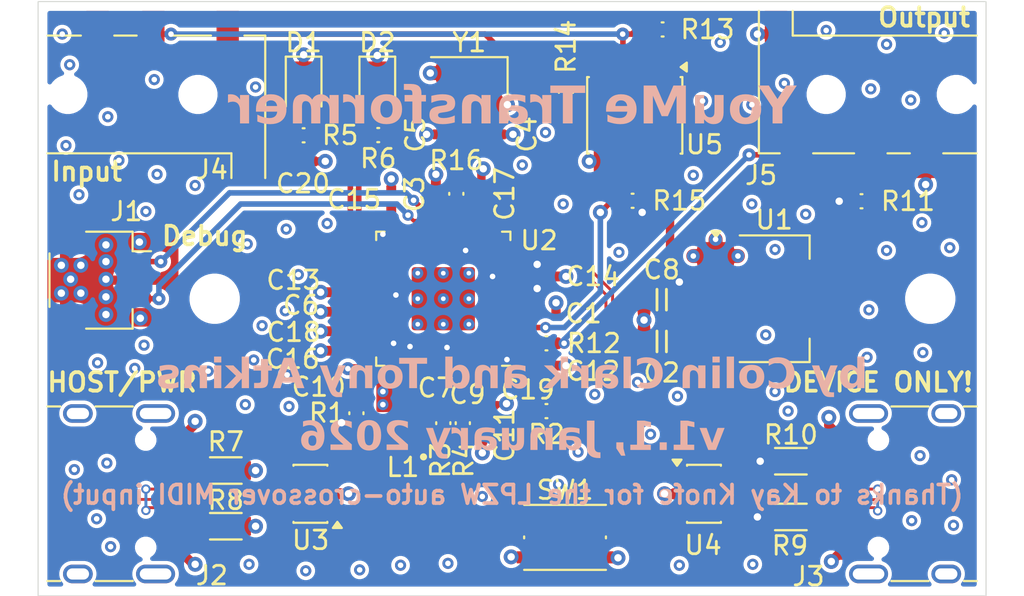
<source format=kicad_pcb>
(kicad_pcb (version 20241229) (generator "pcbnew") (generator_version "9.0")
  (layers (0 "F.Cu" signal) (4 "In1.Cu" power) (6 "In2.Cu" power) (2 "B.Cu" signal) (13 "F.Paste" user) (15 "B.Paste" user) (5 "F.SilkS" user "F.Silkscreen") (7 "B.SilkS" user "B.Silkscreen") (1 "F.Mask" user) (3 "B.Mask" user) (25 "Edge.Cuts" user))
  (net 0 "")
  (net 1 "+1V1")
  (net 2 "GND")
  (net 3 "VBUS")
  (net 4 "/CRYSTAL_IN")
  (net 5 "/CRYSTAL_OUT")
  (net 6 "+3V3")
  (net 7 "/VREG_AVDD")
  (net 8 "Net-(D1-A)")
  (net 9 "Net-(D2-A)")
  (net 10 "Net-(J1-Pin_1)")
  (net 11 "Net-(J1-Pin_3)")
  (net 12 "/Connectors/USB1_CONN.D-")
  (net 13 "/Connectors/USB1_CONN.D+")
  (net 14 "/Connectors/USB1.CC2")
  (net 15 "/Connectors/USB1.CC1")
  (net 16 "/Connectors/USB2_CONN.D+")
  (net 17 "/Connectors/USB2.CC1")
  (net 18 "/Connectors/USB2.CC2")
  (net 19 "/Connectors/USB2_CONN.D-")
  (net 20 "Net-(C20-Pad1)")
  (net 21 "Net-(U5-C1)")
  (net 22 "Net-(J5-PadT)")
  (net 23 "/VREG_LX")
  (net 24 "Net-(R2-Pad1)")
  (net 25 "Net-(U2-QSPI_SS)")
  (net 26 "/USB1.D+")
  (net 27 "USB1_ESD.D+")
  (net 28 "/GPIO25_LED_YELLOW")
  (net 29 "/GPIO24_LED_GREEN")
  (net 30 "Net-(J5-PadR)")
  (net 31 "MIDI_OUT_UART_TX")
  (net 32 "Net-(U5-A1)")
  (net 33 "Net-(U5-C2)")
  (net 34 "Net-(U5-A2)")
  (net 35 "MIDI_IN_UART_RX")
  (net 38 "/USB1.D-")
  (net 47 "USB1_ESD.D-")
  (net 68 "Net-(U2-XOUT)")
  (net 73 "USB2_ESD.D-")
  (net 74 "USB2_ESD.D+")
  (footprint "Lichen:USB_C_Receptacle_HRO_TYPE-C-31-M-12_Overhanging" (layer "F.Cu") (at 103.19 126.5 -90)
    (property "Reference" "J2")
    (property "Value" "USB_C_Receptacle_USB2.0_16P" (hide yes))
  )
  (footprint "Lichen:R_0402_1005Metric" (layer "F.Cu") (at 117.125 122.165 90)
    (property "Reference" "R1")
    (property "Value" "33R_0402" (hide yes))
  )
  (footprint "Crystal:Crystal_SMD_3225-4Pin_3.2x2.5mm" (layer "F.Cu") (at 123.2 104.7 180)
    (property "Reference" "Y1")
    (property "Value" "12MHz" (hide yes))
  )
  (footprint "MountingHole:MountingHole_2.2mm_M2" (layer "F.Cu") (at 148 116)
    (property "Reference" "H1" (hide yes))
    (property "Value" "MountingHole" (hide yes))
  )
  (footprint "Lichen:R_0603" (layer "F.Cu") (at 110.1 128.25)
    (property "Reference" "R8")
    (property "Value" "5.1K" (hide yes))
  )
  (footprint "Package_SO:SOIC-8_3.9x4.9mm_P1.27mm" (layer "F.Cu") (at 132.1 106.125 -90)
    (property "Reference" "U5")
    (property "Value" "HCPL-0631" (hide yes))
  )
  (footprint "Lichen:R_0402_1005Metric" (layer "F.Cu") (at 131.985 110.725)
    (property "Reference" "R15")
    (property "Value" "470R" (hide yes))
  )
  (footprint "RP2350_60QFN_minimal:C_0402_1005Metric_small_pads" (layer "F.Cu") (at 127.35 114.8)
    (property "Reference" "C14")
    (property "Value" "100nF" (hide yes))
  )
  (footprint "Lichen:C_0805" (layer "F.Cu") (at 133.55 116.05 180)
    (property "Reference" "C8")
    (property "Value" "4.7uF" (hide yes))
  )
  (footprint "RP2350_60QFN_minimal:C_0402_1005Metric_small_pads" (layer "F.Cu") (at 127.35 116.8)
    (property "Reference" "C1")
    (property "Value" "100nF" (hide yes))
  )
  (footprint "RP2350_60QFN_minimal:C_0402_1005Metric_small_pads" (layer "F.Cu") (at 119 110.65 90)
    (property "Reference" "C15")
    (property "Value" "100nF" (hide yes))
  )
  (footprint "Lichen:USB_C_Receptacle_HRO_TYPE-C-31-M-12_Overhanging" (layer "F.Cu") (at 147.81 126.5 90)
    (property "Reference" "J3")
    (property "Value" "USB_C_Receptacle_USB2.0_14P" (hide yes))
  )
  (footprint "RP2350_60QFN_minimal:C_0402_1005Metric_small_pads" (layer "F.Cu") (at 121.4 110.35 90)
    (property "Reference" "C3")
    (property "Value" "4.7uF" (hide yes))
  )
  (footprint "RP2350_60QFN_minimal:C_0402_1005Metric_small_pads" (layer "F.Cu") (at 124.4 107.15 180)
    (property "Reference" "C4")
    (property "Value" "15pF" (hide yes))
  )
  (footprint "RP2350_60QFN_minimal:C_0402_1005Metric_small_pads" (layer "F.Cu") (at 116.15 116.7 180)
    (property "Reference" "C6")
    (property "Value" "100nF" (hide yes))
  )
  (footprint "RP2350_60QFN_minimal:RP2350-QFN-60-1EP_7x7_P0.4mm_EP3.4x3.4mm_ThermalVias" (layer "F.Cu") (at 121.8 116 180)
    (property "Reference" "U2")
    (property "Value" "RP2354_60QFN" (hide yes))
  )
  (footprint "Lichen:R_0402_1005Metric" (layer "F.Cu") (at 121.8 122.7 -90)
    (property "Reference" "R3")
    (property "Value" "27R" (hide yes))
  )
  (footprint "Lichen:R_0402_1005Metric" (layer "F.Cu") (at 122.5 110.35 90)
    (property "Reference" "R16")
    (property "Value" "1K" (hide yes))
  )
  (footprint "RP2350_60QFN_minimal:C_0402_1005Metric_small_pads" (layer "F.Cu") (at 117.125 120.28 90)
    (property "Reference" "C10")
    (property "Value" "4.7uF" (hide yes))
  )
  (footprint "RP2350_60QFN_minimal:C_0402_1005Metric_small_pads" (layer "F.Cu") (at 127.35 119.6)
    (property "Reference" "C12")
    (property "Value" "100nF" (hide yes))
  )
  (footprint "LED_SMD:LED_0805_2012Metric" (layer "F.Cu") (at 114.286399 104.65 -90)
    (property "Reference" "D1")
    (property "Value" "Yellow" (hide yes))
  )
  (footprint "Lichen:R_0603" (layer "F.Cu") (at 140.5 124.75 180)
    (property "Reference" "R10")
    (property "Value" "4.7K" (hide yes))
  )
  (footprint "Package_TO_SOT_SMD:SOT-223-3_TabPin2" (layer "F.Cu") (at 139.6 116)
    (property "Reference" "U1")
    (property "Value" "LDL1117-3.3" (hide yes))
  )
  (footprint "Lichen:R_0402_1005Metric" (layer "F.Cu") (at 122.85 122.7 -90)
    (property "Reference" "R4")
    (property "Value" "27R" (hide yes))
  )
  (footprint "RP2350_60QFN_minimal:C_0402_1005Metric_small_pads" (layer "F.Cu") (at 114.25 108.6)
    (property "Reference" "C20")
    (property "Value" "100nF_0402_16V" (hide yes))
  )
  (footprint "RP2350_60QFN_minimal:C_0402_1005Metric_small_pads" (layer "F.Cu") (at 119.55 121.675 180)
    (property "Reference" "C9")
    (property "Value" "4.7uF" (hide yes))
  )
  (footprint "Lichen:L_pol_2016" (layer "F.Cu") (at 119.625 123.225 180)
    (property "Reference" "L1")
    (property "Value" "3.3uH" (hide yes))
  )
  (footprint "RP2350_60QFN_minimal:C_0402_1005Metric_small_pads" (layer "F.Cu") (at 116.15 115.65 180)
    (property "Reference" "C13")
    (property "Value" "100nF" (hide yes))
  )
  (footprint "Package_TO_SOT_SMD:SOT-23-6" (layer "F.Cu") (at 114.65 126.50375 180)
    (property "Reference" "U3")
    (property "Value" "USBLC6-2SC6" (hide yes))
  )
  (footprint "RP2350_60QFN_minimal:C_0402_1005Metric_small_pads" (layer "F.Cu") (at 123.9 123.1 -90)
    (property "Reference" "C11")
    (property "Value" "100nF" (hide yes))
  )
  (footprint "RP2350_60QFN_minimal:C_0402_1005Metric_small_pads" (layer "F.Cu") (at 123.85 110.35 90)
    (property "Reference" "C17")
    (property "Value" "100nF" (hide yes))
  )
  (footprint "Lichen:R_0402_1005Metric" (layer "F.Cu") (at 133.6 101.5)
    (property "Reference" "R13")
    (property "Value" "220R" (hide yes))
  )
  (footprint "Lichen:R_0402_1005Metric" (layer "F.Cu") (at 127.35 122.05 180)
    (property "Reference" "R2")
    (property "Value" "1k" (hide yes))
  )
  (footprint "Lichen:R_0402_1005Metric" (layer "F.Cu") (at 144.3 110.75 180)
    (property "Reference" "R11")
    (property "Value" "33R" (hide yes))
  )
  (footprint "Lichen:R_0402_1005Metric" (layer "F.Cu") (at 127.35 118.4)
    (property "Reference" "R12")
    (property "Value" "10R" (hide yes))
  )
  (footprint "RP2350_60QFN_minimal:C_0402_1005Metric_small_pads" (layer "F.Cu") (at 122 107.15)
    (property "Reference" "C5")
    (property "Value" "15pF" (hide yes))
  )
  (footprint "Lichen:R_0402_1005Metric" (layer "F.Cu") (at 128.4 104.86 90)
    (property "Reference" "R14")
    (property "Value" "220R" (hide yes))
  )
  (footprint "Lichen:Jack_3.5mm_KoreanHropartsElec_PJ-320D-4A_Horizontal_Overhanging" (layer "F.Cu") (at 144.65 105 180)
    (property "Reference" "J5")
    (property "Value" "TRS" (hide yes))
  )
  (footprint "Lichen:R_0402_1005Metric" (layer "F.Cu") (at 118.3 107.1875 180)
    (property "Reference" "R6")
    (property "Value" "1K" (hide yes))
  )
  (footprint "Lichen:C_0805" (layer "F.Cu") (at 133.55 118.3 180)
    (property "Reference" "C2")
    (property "Value" "1uF" (hide yes))
  )
  (footprint "RP2350_60QFN_minimal:C_0402_1005Metric_small_pads" (layer "F.Cu") (at 116.15 118.8 180)
    (property "Reference" "C16")
    (property "Value" "100nF" (hide yes))
  )
  (footprint "RP2350_60QFN_minimal:C_0402_1005Metric_small_pads" (layer "F.Cu") (at 116.15 117.75 180)
    (property "Reference" "C18")
    (property "Value" "100nF" (hide yes))
  )
  (footprint "RP2350_60QFN_minimal:C_0402_1005Metric_small_pads" (layer "F.Cu") (at 119.55 120.7 180)
    (property "Reference" "C7")
    (property "Value" "4.7uF" (hide yes))
  )
  (footprint "Lichen:R_0603" (layer "F.Cu") (at 110.1 125.25)
    (property "Reference" "R7")
    (property "Value" "5.1K" (hide yes))
  )
  (footprint "MountingHole:MountingHole_2.2mm_M2" (layer "F.Cu") (at 109.5 116)
    (property "Reference" "H2" (hide yes))
    (property "Value" "MountingHole" (hide yes))
  )
  (footprint "Lichen:SW_Push_1P1T_NO_Vertical_Wuerth_434133025816" (layer "F.Cu") (at 128.35 128.85 180)
    (property "Reference" "SW1")
    (property "Value" "Button_Switch_SMD_Push_1P1T_Wurth" (hide yes))
  )
  (footprint "Lichen:Jack_3.5mm_KoreanHropartsElec_PJ-320D-4A_Horizontal_Overhanging" (layer "F.Cu") (at 106.35 105)
    (property "Reference" "J4")
    (property "Value" "TRS" (hide yes))
  )
  (footprint "Package_TO_SOT_SMD:SOT-23-6" (layer "F.Cu") (at 135.825 126.50375)
    (property "Reference" "U4")
    (property "Value" "USBLC6-2SC6" (hide yes))
  )
  (footprint "Lichen:R_0402_1005Metric" (layer "F.Cu") (at 114.285 107.2)
    (property "Reference" "R5")
    (property "Value" "1K" (hide yes))
  )
  (footprint "RP2350_60QFN_minimal:C_0402_1005Metric_small_pads" (layer "F.Cu") (at 124.451 121.225 -90)
    (property "Reference" "C19")
    (property "Value" "100nF" (hide yes))
  )
  (footprint "LED_SMD:LED_0805_2012Metric" (layer "F.Cu") (at 118.25 104.65 -90)
    (property "Reference" "D2")
    (property "Value" "Green" (hide yes))
  )
  (footprint "Lichen:R_0603" (layer "F.Cu") (at 140.5 127.75 180)
    (property "Reference" "R9")
    (property "Value" "4.7K" (hide yes))
  )
  (footprint "Lichen:JST_SH_SM03B-SRSS-TB_1x03-1MP_P1.00mm_Horizontal" (layer "F.Cu") (at 103.3 115 -90)
    (property "Reference" "J1")
    (property "Value" "Conn_01x03_MountingPin" (hide yes))
  )
  (gr_rect (start 100 100) (end 151 132) (stroke (width 0.05)) (fill no) (layer "Edge.Cuts"))
  (gr_text "Debug" (at 106.55 113.2 0) (layer "F.SilkS") (effects (font (size 1 1) (thickness 0.2) (bold yes)) (justify left bottom)))
  (gr_text "Output" (at 150.25 100.85 0) (layer "F.SilkS") (effects (font (size 1 1) (thickness 0.2)) (justify right)))
  (gr_text "DEVICE ONLY!" (at 150.4 120.5 0) (layer "F.SilkS") (effects (font (size 1 1) (thickness 0.2)) (justify right)))
  (gr_text "Input" (at 100.6 109.15 0) (layer "F.SilkS") (effects (font (size 1 1) (thickness 0.2) (bold yes)) (justify left)))
  (gr_text "HOST/PWR" (at 108.65 120.5 0) (layer "F.SilkS") (effects (font (size 1 1) (thickness 0.2)) (justify right)))
  (gr_text "v1.1, January 2026" (at 125.5 123.5 0) (layer "B.SilkS") (effects (font (size 1.55 1.55) (thickness 0.25) (bold yes)) (justify mirror)))
  (gr_text "YouMe Transformer" (at 125.5 106.9 0) (layer "B.SilkS") (effects (font (size 2 2) (thickness 0.3) (bold yes)) (justify bottom mirror)))
  (gr_text "(Thanks to Kay Knofe for the LPZW auto-crossover MIDI input)" (at 125.5 126.55 0) (layer "B.SilkS") (effects (font (size 1 1) (thickness 0.2) (bold yes)) (justify mirror)))
  (gr_text "by Colin Clark and Tony Atkins" (at 125.5 120.15 0) (layer "B.SilkS") (effects (font (size 1.6 1.6) (thickness 0.32) (bold yes)) (justify mirror)))
  (segment (start 126.835 116.8) (end 125.85 116.8) (width 0.3) (layer "F.Cu") (net 1))
  (segment (start 120.065 121.675) (end 120.065 121.7) (width 0.4) (layer "F.Cu") (net 1))
  (segment (start 118.3625 116.4) (end 117.7 116.4) (width 0.2) (layer "F.Cu") (net 1))
  (segment (start 120.325 122.45) (end 120.325 123.225) (width 0.4) (layer "F.Cu") (net 1))
  (segment (start 120.6 121.2) (end 120.1 121.7) (width 0.3) (layer "F.Cu") (net 1))
  (segment (start 120.6 119.4375) (end 120.6 121.05) (width 0.2) (layer "F.Cu") (net 1))
  (segment (start 120.325 122.45) (end 120.05 122.175) (width 0.4) (layer "F.Cu") (net 1))
  (segment (start 116.865 116.7) (end 116.665 116.7) (width 0.2) (layer "F.Cu") (net 1))
  (segment (start 120.05 121.715) (end 120.065 121.7) (width 0.4) (layer "F.Cu") (net 1))
  (segment (start 121.725 111.625) (end 121.8 111.7) (width 0.2) (layer "F.Cu") (net 1))
  (segment (start 120.065 121.7) (end 120.15 121.785) (width 0.3) (layer "F.Cu") (net 1))
  (segment (start 125.2375 116.8) (end 123.95 116.8) (width 0.2) (layer "F.Cu") (net 1))
  (segment (start 117.165 116.4) (end 116.865 116.7) (width 0.3) (layer "F.Cu") (net 1))
  (segment (start 121.8 111.7) (end 121.8 112.5625) (width 0.2) (layer "F.Cu") (net 1))
  (segment (start 120.09 121.7) (end 120.065 121.675) (width 0.2) (layer "F.Cu") (net 1))
  (segment (start 120.05 122.175) (end 120.05 121.715) (width 0.4) (layer "F.Cu") (net 1))
  (segment (start 118.3625 116.4) (end 119.6 116.4) (width 0.2) (layer "F.Cu") (net 1))
  (segment (start 120.1 121.7) (end 120.065 121.7) (width 0.3) (layer "F.Cu") (net 1))
  (segment (start 120.6 121.05) (end 120.6 121.2) (width 0.3) (layer "F.Cu") (net 1))
  (segment (start 125.85 116.8) (end 125.2375 116.8) (width 0.2) (layer "F.Cu") (net 1))
  (segment (start 121.4 111.3) (end 121.4 110.865) (width 0.3) (layer "F.Cu") (net 1))
  (segment (start 121.725 111.625) (end 121.4 111.3) (width 0.3) (layer "F.Cu") (net 1))
  (segment (start 117.7 116.4) (end 117.165 116.4) (width 0.3) (layer "F.Cu") (net 1))
  (segment (start 121.8 112.5625) (end 121.8 113.775) (width 0.2) (layer "F.Cu") (net 1))
  (segment (start 120.6 119.4375) (end 120.6 118.225) (width 0.2) (layer "F.Cu") (net 1))
  (segment (start 120.1 121.7) (end 120.09 121.7) (width 0.25) (layer "F.Cu") (net 1))
  (segment (start 133.7 126.5) (end 133.70375 126.50375) (width 0.5) (layer "F.Cu") (net 2))
  (segment (start 136.45 112.8) (end 136.45 113.7) (width 0.75) (layer "F.Cu") (net 2))
  (segment (start 142.96 123.25) (end 143.765 123.25) (width 0.5) (layer "F.Cu") (net 2))
  (segment (start 115.635 118.8) (end 115.2 118.8) (width 0.45) (layer "F.Cu") (net 2))
  (segment (start 126.25 129.9) (end 126.275 129.925) (width 0.45) (layer "F.Cu") (net 2))
  (segment (start 108.45 130.3) (end 108.35 130.3) (width 0.5) (layer "F.Cu") (net 2))
  (segment (start 116.7 126.5) (end 115.79125 126.5) (width 0.45) (layer "F.Cu") (net 2))
  (segment (start 147.75 109.85) (end 147.8 109.8) (width 0.5) (layer "F.Cu") (net 2))
  (segment (start 142.54 122.39) (end 142.54 122.83) (width 0.5) (layer "F.Cu") (net 2))
  (segment (start 127.865 116.215) (end 127.865 116.8) (width 0.5) (layer "F.Cu") (net 2))
  (segment (start 138.7 101.75) (end 139.7 101.75) (width 0.5) (layer "F.Cu") (net 2))
  (segment (start 125.45 129.9) (end 126.25 129.9) (width 0.45) (layer "F.Cu") (net 2))
  (segment (start 132.6 118.3) (end 132.6 117.15) (width 0.6) (layer "F.Cu") (net 2))
  (segment (start 123.9 123.615) (end 123.9 124.3) (width 0.45) (layer "F.Cu") (net 2))
  (segment (start 116.665 119.765) (end 117.125 119.765) (width 0.45) (layer "F.Cu") (net 2))
  (segment (start 131.2 129.95) (end 131.175 129.925) (width 0.3) (layer "F.Cu") (net 2))
  (segment (start 121.485 107.15) (end 120.9 107.15) (width 0.45) (layer "F.Cu") (net 2))
  (segment (start 125.2 121.65) (end 124.485 121.65) (width 0.2) (layer "F.Cu") (net 2))
  (segment (start 124.485 121.65) (end 124.45 121.685) (width 0.2) (layer "F.Cu") (net 2))
  (segment (start 130.425 129.925) (end 126.275 129.925) (width 0.3) (layer "F.Cu") (net 2))
  (segment (start 123.85 109.1) (end 123.95 109) (width 0.45) (layer "F.Cu") (net 2))
  (segment (start 128.4 114.8) (end 127.865 114.8) (width 0.5) (layer "F.Cu") (net 2))
  (segment (start 115.635 116.7) (end 115.2 116.7) (width 0.45) (layer "F.Cu") (net 2))
  (segment (start 136.45 113.7) (end 135.25 113.7) (width 0.75) (layer "F.Cu") (net 2))
  (segment (start 114.286399 102.863601) (end 114.286399 103.7125) (width 0.5) (layer "F.Cu") (net 2))
  (segment (start 108.35 130.3) (end 107.8 129.75) (width 0.5) (layer "F.Cu") (net 2))
  (segment (start 114.765 108.6) (end 115.45 108.6) (width 0.45) (layer "F.Cu") (net 2))
  (segment (start 131.175 129.925) (end 130.425 129.925) (width 0.3) (layer "F.Cu") (net 2))
  (segment (start 123.85 109.835) (end 123.85 109.1) (width 0.45) (layer "F.Cu") (net 2))
  (segment (start 107.95 123.25) (end 107.045 123.25) (width 0.5) (layer "F.Cu") (net 2))
  (segment (start 128.4 119.6) (end 127.865 119.6) (width 0.5) (layer "F.Cu") (net 2))
  (segment (start 119.175 120.225) (end 119.035 120.365) (width 0.3) (layer "F.Cu") (net 2))
  (segment (start 143.075 129.75) (end 142.675 130.15) (width 0.5) (layer "F.Cu") (net 2))
  (segment (start 108.45 122.75) (end 107.95 123.25) (width 0.5) (layer "F.Cu") (net 2))
  (segment (start 108.45 122.6) (end 108.45 122.75) (width 0.5) (layer "F.Cu") (net 2))
  (segment (start 115.635 117.75) (end 115.2 117.75) (width 0.45) (layer "F.Cu") (net 2))
  (segment (start 110.95 128.25) (end 111.7 128.25) (width 0.45) (layer "F.Cu") (net 2))
  (segment (start 119.175 120.225) (end 119.4 120) (width 0.2) (layer "F.Cu") (net 2))
  (segment (start 132.6 116.05) (end 132.6 117.15) (width 0.6) (layer "F.Cu") (net 2))
  (segment (start 133.70375 126.50375) (end 134.6875 126.50375) (width 0.5) (layer "F.Cu") (net 2))
  (segment (start 119.035 120.365) (end 119.035 120.7) (width 0.3) (layer "F.Cu") (net 2))
  (segment (start 111.7 125.25) (end 110.95 125.25) (width 0.5) (layer "F.Cu") (net 2))
  (segment (start 125.55 107.15) (end 124.915 107.15) (width 0.45) (layer "F.Cu") (net 2))
  (segment (start 115.635 115.65) (end 115.2 115.65) (width 0.45) (layer "F.Cu") (net 2))
  (segment (start 143.765 129.75) (end 143.075 129.75) (width 0.5) (layer "F.Cu") (net 2))
  (segment (start 107.8 129.75) (end 107.235 129.75) (width 0.5) (layer "F.Cu") (net 2))
  (segment (start 142.54 122.83) (end 142.96 123.25) (width 0.5) (layer "F.Cu") (net 2))
  (segment (start 119.4 120) (end 119.4 119.4375) (width 0.2) (layer "F.Cu") (net 2))
  (segment (start 137.65 113.7) (end 136.45 113.7) (width 0.75) (layer "F.Cu") (net 2))
  (segment (start 124.45 121.685) (end 124.45 121.74) (width 0.2) (layer "F.Cu") (net 2))
  (segment (start 130.195 108.6) (end 129.65 108.6) (width 0.5) (layer "F.Cu") (net 2))
  (segment (start 121.4 109.835) (end 121.4 109.3) (width 0.45) (layer "F.Cu") (net 2))
  (segment (start 124.3 105.55) (end 125.25 105.55) (width 0.75) (layer "F.Cu") (net 2))
  (segment (start 122.1 103.85) (end 121.1 103.85) (width 0.75) (layer "F.Cu") (net 2))
  (segment (start 119 110.135) (end 119 109.55) (width 0.45) (layer "F.Cu") (net 2))
  (segment (start 147.8 109.8) (end 147.8 108.3) (width 0.5) (layer "F.Cu") (net 2))
  (segment (start 115.79125 126.5) (end 115.7875 126.50375) (width 0.45) (layer "F.Cu") (net 2))
  (segment (start 118.25 102.9) (end 118.25 103.7125) (width 0.5) (layer "F.Cu") (net 2))
  (via (at 147.6 118.9) (size 0.6) (drill 0.3) (layers "F.Cu" "B.Cu") (net 2))
  (via (at 103.75 106.2) (size 0.6) (drill 0.3) (layers "F.Cu" "B.Cu") (net 2))
  (via (at 134.4 121.25) (size 0.6) (drill 0.3) (layers "F.Cu" "B.Cu") (net 2))
  (via (at 101.7 103.4) (size 0.6) (drill 0.3) (layers "F.Cu" "B.Cu") (net 2))
  (via (at 115.2 118.8) (size 0.8) (drill 0.4) (layers "F.Cu" "B.Cu") (net 2))
  (via (at 127.3 107.05) (size 0.6) (drill 0.3) (layers "F.Cu" "B.Cu") (net 2))
  (via (at 102.2 110.4) (size 0.6) (drill 0.3) (layers "F.Cu" "B.Cu") (net 2))
  (via (at 114.4 130.65) (size 0.6) (drill 0.3) (layers "F.Cu" "B.Cu") (net 2))
  (via (at 118.55 121.7) (size 0.6) (drill 0.3) (layers "F.Cu" "B.Cu") (net 2))
  (via (at 128 126) (size 0.6) (drill 0.3) (layers "F.Cu" "B.Cu") (net 2))
  (via (at 105.5 117.05) (size 0.8) (drill 0.4) (layers "F.Cu" "B.Cu") (net 2))
  (via (at 131.2 129.95) (size 0.8) (drill 0.4) (layers "F.Cu" "B.Cu") (net 2))
  (via (at 142.4 101.55) (size 0.6) (drill 0.3) (layers "F.Cu" "B.Cu") (net 2))
  (via (at 103.2 119.45) (size 0.6) (drill 0.3) (layers "F.Cu" "B.Cu") (net 2))
  (via (at 103.65 113.1) (size 0.8) (drill 0.4) (layers "F.Cu" "B.Cu") (net 2))
  (via (at 111.35 130.3) (size 0.6) (drill 0.3) (layers "F.Cu" "B.Cu") (net 2))
  (via (at 137.65 113.7) (size 0.7) (drill 0.3) (layers "F.Cu" "B.Cu") (net 2))
  (via (at 115.2 116.7) (size 0.8) (drill 0.4) (layers "F.Cu" "B.Cu") (net 2))
  (via (at 116.7 126.5) (size 0.8) (drill 0.4) (layers "F.Cu" "B.Cu") (net 2))
  (via (at 109.15 119.9) (size 0.6) (drill 0.3) (layers "F.Cu" "B.Cu") (net 2))
  (via (at 103.9 129.35) (size 0.6) (drill 0.3) (layers "F.Cu" "B.Cu") (net 2))
  (via (at 101.3 101.75) (size 0.6) (drill 0.3) (layers "F.Cu" "B.Cu") (net 2))
  (via (at 104.35 108.55) (size 0.6) (drill 0.3) (layers "F.Cu" "B.Cu") (net 2))
  (via (at 135.75 105.35) (size 0.6) (drill 0.3) (layers "F.Cu" "B.Cu") (net 2))
  (via (at 135.25 113.7) (size 0.7) (drill 0.3) (layers "F.Cu" "B.Cu") (net 2))
  (via (at 106.4 109.3) (size 0.6) (drill 0.3) (layers "F.Cu" "B.Cu") (net 2))
  (via (at 147.75 109.85) (size 0.8) (drill 0.4) (layers "F.Cu" "B.Cu") (net 2))
  (via (at 112.05 117.45) (size 0.6) (drill 0.3) (layers "F.Cu" "B.Cu") (net 2))
  (via (at 136.7 102.2) (size 0.6) (drill 0.3) (layers "F.Cu" "B.Cu") (net 2))
  (via (at 118.55 121) (size 0.6) (drill 0.3) (layers "F.Cu" "B.Cu") (net 2))
  (via (at 142.675 130.15) (size 0.8) (drill 0.4) (layers "F.Cu" "B.Cu") (net 2))
  (via (at 129.05 124.25) (size 0.6) (drill 0.3) (layers "F.Cu" "B.Cu") (net 2))
  (via (at 139.65 113.35) (size 0.6) (drill 0.3) (layers "F.Cu" "B.Cu") (net 2))
  (via (at 125.45 129.9) (size 0.8) (drill 0.4) (layers "F.Cu" "B.Cu") (net 2))
  (via (at 101.25 114.2) (size 0.8) (drill 0.4) (layers "F.Cu" "B.Cu") (net 2))
  (via (at 147.45 124.45) (size 0.6) (drill 0.3) (layers "F.Cu" "B.Cu") (net 2))
  (via (at 127.865 116.215) (size 0.8) (drill 0.4) (layers "F.Cu" "B.Cu") (net 2))
  (via (at 132.95 123.3) (size 0.6) (drill 0.3) (layers "F.Cu" "B.Cu") (net 2))
  (via (at 138.45 130.3) (size 0.6) (drill 0.3) (layers "F.Cu" "B.Cu") (net 2))
  (via (at 105.45 112.95) (size 0.8) (drill 0.4) (layers "F.Cu" "B.Cu") (net 2))
  (via (at 111.7 104.6) (size 0.6) (drill 0.3) (layers "F.Cu" "B.Cu") (net 2))
  (via (at 134.5 130.35) (size 0.6) (drill 0.3) (layers "F.Cu" "B.Cu") (net 2))
  (via (at 128.4 119.6) (size 0.8) (drill 0.4) (layers "F.Cu" "B.Cu") (net 2))
  (via (at 142.54 122.39) (size 0.8) (drill 0.4) (layers "F.Cu" "B.Cu") (net 2))
  (via (at 128.4 114.8) (size 0.8) (drill 0.4) (layers "F.Cu" "B.Cu") (net 2))
  (via (at 111.6 119.3) (size 0.6) (drill 0.3) (layers "F.Cu" "B.Cu") (net 2))
  (via (at 108.45 109.9) (size 0.6) (drill 0.3) (layers "F.Cu" "B.Cu") (net 2))
  (via (at 105.2 119.75) (size 0.6) (drill 0.3) (layers "F.Cu" "B.Cu") (net 2))
  (via (at 105.8 111.3) (size 0.6) (drill 0.3) (layers "F.Cu" "B.Cu") (net 2))
  (via (at 111.7 128.25) (size 0.8) (drill 0.4) (layers "F.Cu" "B.Cu") (net 2))
  (via (at 111.7 125.25) (size 0.8) (drill 0.4) (layers "F.Cu" "B.Cu") (net 2))
  (via (at 113.3 116.65) (size 0.6) (drill 0.3) (layers "F.Cu" "B.Cu") (net 2))
  (via (at 125.2 121.65) (size 0.8) (drill 0.4) (layers "F.Cu" "B.Cu") (net 2))
  (via (at 136.45 112.8) (size 0.7) (drill 0.3) (layers "F.Cu" "B.Cu") (net 2))
  (via (at 108.45 122.6) (size 0.8) (drill 0.4) (layers "F.Cu" "B.Cu") (net 2))
  (via (at 120.9 107.15) (size 0.8) (drill 0.4) (layers "F.Cu" "B.Cu") (net 2))
  (via (at 145.65 102.3) (size 0.6) (drill 0.3) (layers "F.Cu" "B.Cu") (net 2))
  (via (at 138.4 110.9) (size 0.6) (drill 0.3) (layers "F.Cu" "B.Cu") (net 2))
  (via (at 116.665 119.765) (size 0.7) (drill 0.3) (layers "F.Cu" "B.Cu") (net 2))
  (via (at 140.35 122.05) (size 0.6) (drill 0.3) (layers "F.Cu" "B.Cu") (net 2))
  (via (at 103.65 114) (size 0.8) (drill 0.4) (layers "F.Cu" "B.Cu") (net 2))
  (via (at 103.15 127.85) (size 0.6) (drill 0.3) (layers "F.Cu" "B.Cu") (net 2))
  (via (at 101.5 107.75) (size 0.6) (drill 0.3) (layers "F.Cu" "B.Cu") (net 2))
  (via (at 133.7 126.5) (size 0.8) (drill 0.4) (layers "F.Cu" "B.Cu") (net 2))
  (via (at 147 127.95) (size 0.6) (drill 0.3) (layers "F.Cu" "B.Cu") (net 2))
  (via (at 113.35 112.25) (size 0.6) (drill 0.3) (layers "F.Cu" "B.Cu") (net 2))
  (via (at 144.7 116.6) (size 0.6) (drill 0.3) (layers "F.Cu" "B.Cu") (net 2))
  (via (at 138.7 101.75) (size 0.8) (drill 0.4) (layers "F.Cu" "B.Cu") (net 2))
  (via (at 125.25 105.55) (size 0.8) (drill 0.4) (layers "F.Cu" "B.Cu") (net 2))
  (via (at 128.25 110.9) (size 0.6) (drill 0.3) (layers "F.Cu" "B.Cu") (net 2))
  (via (at 114.286399 102.863601) (size 0.8) (drill 0.4) (layers "F.Cu" "B.Cu") (net 2))
  (via (at 119 109.55) (size 0.8) (drill 0.4) (layers "F.Cu" "B.Cu") (net 2))
  (via (at 111.25 113.05) (size 0.6) (drill 0.3) (layers "F.Cu" "B.Cu") (net 2))
  (via (at 132.6 117.15) (size 0.8) (drill 0.4) (layers "F.Cu" "B.Cu") (net 2))
  (via (at 118.25 102.9) (size 0.8) (drill 0.4) (layers "F.Cu" "B.Cu") (net 2))
  (via (at 115.2 117.75) (size 0.8) (drill 0.4) (layers "F.Cu" "B.Cu") (net 2))
  (via (at 115.2 115.65) (size 0.8) (drill 0.4) (layers "F.Cu" "B.Cu") (net 2))
  (via (at 103.7 124.85) (size 0.6) (drill 0.3) (layers "F.Cu" "B.Cu") (net 2))
  (via (at 102.3 114.2) (size 0.8) (drill 0.4) (layers "F.Cu" "B.Cu") (net 2))
  (via (at 122.05 130.25) (size 0.6) (drill 0.3) (layers "F.Cu" "B.Cu") (net 2))
  (via (at 131.25 113.5) (size 0.6) (drill 0.3) (layers "F.Cu" "B.Cu") (net 2))
  (via (at 146.95 105.3) (size 0.6) (drill 0.3) (layers "F.Cu" "B.Cu") (net 2))
  (via (at 121.1 103.85) (size 0.8) (drill 0.4) (layers "F.Cu" "B.Cu") (net 2))
  (via (at 145.65 113.4) (size 0.6) (drill 0.3) (layers "F.Cu" "B.Cu") (net 2))
  (via (at 129.65 108.6) (size 0.8) (drill 0.4) (layers "F.Cu" "B.Cu") (net 2))
  (via (at 140.15 104.4) (size 0.6) (drill 0.3) (layers "F.Cu" "B.Cu") (net 2))
  (via (at 101.95 125.2) (size 0.6) (drill 0.3) (layers "F.Cu" "B.Cu") (net 2))
  (via (at 149.25 128.2) (size 0.6) (drill 0.3) (layers "F.Cu" "B.Cu") (net 2))
  (via (at 144.6 119.15) (size 0.6) (drill 0.3) (layers "F.Cu" "B.Cu") (net 2))
  (via (at 121.4 109.3) (size 0.8) (drill 0.4) (layers "F.Cu" "B.Cu") (net 2))
  (via (at 125.55 107.15) (size 0.8) (drill 0.4) (layers "F.Cu" "B.Cu") (net 2))
  (via (at 129.95 121.15) (size 0.6) (drill 0.3) (layers "F.Cu" "B.Cu") (net 2))
  (via (at 103.65 116.85) (size 0.8) (drill 0.4) (layers "F.Cu" "B.Cu") (net 2))
  (via (at 141.3 111.45) (size 0.6) (drill 0.3) (layers "F.Cu" "B.Cu") (net 2))
  (via (at 103.65 115.9) (size 0.8) (drill 0.4) (layers "F.Cu" "B.Cu") (net 2))
  (via (at 101.25 115.7) (size 0.8) (drill 0.4) (layers "F.Cu" "B.Cu") (net 2))
  (via (at 149.15 125.75) (size 0.6) (drill 0.3) (layers "F.Cu" "B.Cu") (net 2))
  (via (at 115.45 108.6) (size 0.8) (drill 0.4) (layers "F.Cu" "B.Cu") (net 2))
  (via (at 111.15 121.7) (size 0.6) (drill 0.3) (layers "F.Cu" "B.Cu") (net 2))
  (via (at 123.9 124.3) (size 0.8) (drill 0.4) (layers "F.Cu" "B.Cu") (net 2))
  (via (at 149.05 113.25) (size 0.6) (drill 0.3) (layers "F.Cu" "B.Cu") (net 2))
  (via (at 139.15 117.95) (size 0.6) (drill 0.3) (layers "F.Cu" "B.Cu") (net 2))
  (via (at 115.55 111.95) (size 0.6) (drill 0.3) (layers "F.Cu" "B.Cu") (net 2))
  (via (at 126.05 108.8) (size 0.6) (drill 0.3) (layers "F.Cu" "B.Cu") (net 2))
  (via (at 135.25 109.35) (size 0.6) (drill 0.3) (layers "F.Cu" "B.Cu") (net 2))
  (via (at 105.7 118.5) (size 0.6) (drill 0.3) (layers "F.Cu" "B.Cu") (net 2))
  (via (at 123.9 126.65) (size 0.6) (drill 0.3) (layers "F.Cu" "B.Cu") (net 2))
  (via (at 103.65 114.95) (size 0.8) (drill 0.4) (layers "F.Cu" "B.Cu") (net 2))
  (via (at 119.5 130.35) (size 0.6) (drill 0.3) (layers "F.Cu" "B.Cu") (net 2))
  (via (at 132.25 120.5) (size 0.6) (drill 0.3) (layers "F.Cu" "B.Cu") (net 2))
  (via (at 117.3 130.6) (size 0.6) (drill 0.3) (layers "F.Cu" "B.Cu") (net 2))
  (via (at 123.95 109) (size 0.8) (drill 0.4) (layers "F.Cu" "B.Cu") (net 2))
  (via (at 108.45 130.3) (size 0.8) (drill 0.4) (layers "F.Cu" "B.Cu") (net 2))
  (via (at 113.5 121.8) (size 0.6) (drill 0.3) (layers "F.Cu" "B.Cu") (net 2))
  (via (at 106.25 104.2) (size 0.6) (drill 0.3) (layers "F.Cu" "B.Cu") (net 2))
  (via (at 101.75 114.95) (size 0.8) (drill 0.4) (layers "F.Cu" "B.Cu") (net 2))
  (via (at 144.8 104.7) (size 0.6) (drill 0.3) (layers "F.Cu" "B.Cu") (net 2))
  (via (at 138.4 105.55) (size 0.6) (drill 0.3) (layers "F.Cu" "B.Cu") (net 2))
  (via (at 147.55 111.9) (size 0.6) (drill 0.3) (layers "F.Cu" "B.Cu") (net 2))
  (via (at 113.4 120.1) (size 0.6) (drill 0.3) (layers "F.Cu" "B.Cu") (net 2))
  (via (at 102.3 115.7) (size 0.8) (drill 0.4) (layers "F.Cu" "B.Cu") (net 2))
  (via (at 139.65 121) (size 0.6) (drill 0.3) (layers "F.Cu" "B.Cu") (net 2))
  (via (at 114 114.7) (size 0.6) (drill 0.3) (layers "F.Cu" "B.Cu") (net 2))
  (via (at 148.75 101.7) (size 0.6) (drill 0.3) (layers "F.Cu" "B.Cu") (net 2))
  (segment (start 135.8 126.003749) (end 136.300001 126.50375) (width 0.5) (layer "F.Cu") (net 3))
  (segment (start 134.5 118.3) (end 133.95 118.3) (width 0.45) (layer "F.Cu") (net 3))
  (segment (start 134 108.605) (end 134.005 108.6) (width 0.5) (layer "F.Cu") (net 3))
  (segment (start 136.55 128.95) (end 135.85 128.25) (width 0.5) (layer "F.Cu") (net 3))
  (segment (start 133.55 117.9) (end 133.55 114.881859) (width 0.45) (layer "F.Cu") (net 3))
  (segment (start 133.55 114.881859) (end 134 114.431859) (width 0.45) (layer "F.Cu") (net 3))
  (segment (start 136.45 118.3) (end 134.5 118.3) (width 0.45) (layer "F.Cu") (net 3))
  (segment (start 135.85 128.25) (end 135.85 126.953751) (width 0.5) (layer "F.Cu") (net 3))
  (segment (start 143.765 128.95) (end 136.55 128.95) (width 0.5) (layer "F.Cu") (net 3))
  (segment (start 133.95 118.3) (end 133.55 117.9) (width 0.45) (layer "F.Cu") (net 3))
  (segment (start 135.8 124.425) (end 135.8 126.003749) (width 0.5) (layer "F.Cu") (net 3))
  (segment (start 114.601 127.061006) (end 114.601 128.949) (width 0.45) (layer "F.Cu") (net 3))
  (segment (start 114.043744 126.50375) (end 114.601 125.946494) (width 0.45) (layer "F.Cu") (net 3))
  (segment (start 114.2 129.35) (end 108.699 129.35) (width 0.5) (layer "F.Cu") (net 3))
  (segment (start 136.300001 126.50375) (end 136.9625 126.50375) (width 0.45) (layer "F.Cu") (net 3))
  (segment (start 136.45 123.775) (end 135.8 124.425) (width 0.5) (layer "F.Cu") (net 3))
  (segment (start 114.601 124.601) (end 114.05 124.05) (width 0.45) (layer "F.Cu") (net 3))
  (segment (start 143.765 124.05) (end 142.75 124.05) (width 0.45) (layer "F.Cu") (net 3))
  (segment (start 135.85 126.953751) (end 136.300001 126.50375) (width 0.5) (layer "F.Cu") (net 3))
  (segment (start 114.601 125.946494) (end 114.601 124.601) (width 0.45) (layer "F.Cu") (net 3))
  (segment (start 113.5125 126.50375) (end 114.043744 126.50375) (width 0.45) (layer "F.Cu") (net 3))
  (segment (start 108.299 128.95) (end 107.235 128.95) (width 0.5) (layer "F.Cu") (net 3))
  (segment (start 107.235 124.05) (end 114.05 124.05) (width 0.5) (layer "F.Cu") (net 3))
  (segment (start 142.075 123.375) (end 136.85 123.375) (width 0.45) (layer "F.Cu") (net 3))
  (segment (start 134 114.431859) (end 134 108.605) (width 0.45) (layer "F.Cu") (net 3))
  (segment (start 114.601 128.949) (end 114.2 129.35) (width 0.45) (layer "F.Cu") (net 3))
  (segment (start 114.043744 126.50375) (end 114.601 127.061006) (width 0.45) (layer "F.Cu") (net 3))
  (segment (start 136.85 123.375) (end 136.45 123.775) (width 0.45) (layer "F.Cu") (net 3))
  (segment (start 108.699 129.35) (end 108.299 128.95) (width 0.5) (layer "F.Cu") (net 3))
  (segment (start 142.75 124.05) (end 142.075 123.375) (width 0.45) (layer "F.Cu") (net 3))
  (segment (start 123.249 106.149) (end 123.2 106.1) (width 0.3) (layer "F.Cu") (net 4))
  (segment (start 123.985 107.715) (end 123.985 107.25) (width 0.3) (layer "F.Cu") (net 4))
  (segment (start 122.972 111.428) (end 122.972 111.422717) (width 0.3) (layer "F.Cu") (net 4))
  (segment (start 123.985 107.25) (end 123.885 107.15) (width 0.3) (layer "F.Cu") (net 4))
  (segment (start 123.2 106.1) (end 123.2 104.15) (width 0.3) (layer "F.Cu") (net 4))
  (segment (start 122.972 111.422717) (end 123.2 111.194717) (width 0.3) (layer "F.Cu") (net 4))
  (segment (start 123.2 108.5) (end 123.985 107.715) (width 0.3) (layer "F.Cu") (net 4))
  (segment (start 123.2 104.15) (end 123.5 103.85) (width 0.3) (layer "F.Cu") (net 4))
  (segment (start 123.885 107.15) (end 123.985 107.05) (width 0.3) (layer "F.Cu") (net 4))
  (segment (start 122.6 111.8) (end 122.6 112.5625) (width 0.2) (layer "F.Cu") (net 4))
  (segment (start 123.985 107.05) (end 123.985 106.89187) (width 0.3) (layer "F.Cu") (net 4))
  (segment (start 123.5 103.85) (end 124.3 103.85) (width 0.3) (layer "F.Cu") (net 4))
  (segment (start 122.925 111.475) (end 122.972 111.428) (width 0.3) (layer "F.Cu") (net 4))
  (segment (start 123.249 106.15587) (end 123.249 106.149) (width 0.3) (layer "F.Cu") (net 4))
  (segment (start 122.925 111.475) (end 122.6 111.8) (width 0.2) (layer "F.Cu") (net 4))
  (segment (start 123.2 111.194717) (end 123.2 108.5) (width 0.3) (layer "F.Cu") (net 4))
  (segment (start 123.985 106.89187) (end 123.249 106.15587) (width 0.3) (layer "F.Cu") (net 4))
  (segment (start 122.5 107.265) (end 122.515 107.25) (width 0.3) (layer "F.Cu") (net 5))
  (segment (start 122.515 105.865) (end 122.515 107.15) (width 0.4) (layer "F.Cu") (net 5))
  (segment (start 122.2 105.55) (end 122.515 105.865) (width 0.4) (layer "F.Cu") (net 5))
  (segment (start 122.515 107.25) (end 122.515 107.15) (width 0.3) (layer "F.Cu") (net 5))
  (segment (start 122.1 105.55) (end 122.2 105.55) (width 0.4) (layer "F.Cu") (net 5))
  (segment (start 122.5 109.84) (end 122.5 107.265) (width 0.3) (layer "F.Cu") (net 5))
  (segment (start 125.225 119.275) (end 125.225 118.8125) (width 0.152) (layer "F.Cu") (net 6))
  (segment (start 126.85 119.615) (end 126.835 119.6) (width 0.45) (layer "F.Cu") (net 6))
  (segment (start 118.3625 118.8) (end 117.7 118.8) (width 0.2) (layer "F.Cu") (net 6))
  (segment (start 126.75 119.6) (end 126.1 118.95) (width 0.3) (layer "F.Cu") (net 6))
  (segment (start 118.3625 116) (end 119.05 116) (width 0.2) (layer "F.Cu") (net 6))
  (segment (start 122.2 119.4375) (end 122.2 118.825) (width 0.2) (layer "F.Cu") (net 6))
  (segment (start 117.65 118.4) (end 117 117.75) (width 0.25) (layer "F.Cu") (net 6))
  (segment (start 125.95 114.8) (end 125.2375 114.8) (width 0.2) (layer "F.Cu") (net 6))
  (segment (start 122.91 120.71) (end 124.355 120.71) (width 0.3) (layer "F.Cu") (net 6))
  (segment (start 117.2 115.65) (end 117.55 116) (width 0.2) (layer "F.Cu") (net 6))
  (segment (start 123.85 110.86794) (end 123.847 110.87094) (width 0.2) (layer "F.Cu") (net 6))
  (segment (start 120.2 119.4375) (end 120.2 118.766082) (width 0.2) (layer "F.Cu") (net 6))
  (segment (start 134.5 116.05) (end 136.4 116.05) (width 0.6) (layer "F.Cu") (net 6))
  (segment (start 122.2 120) (end 122.2 119.4375) (width 0.2) (layer "F.Cu") (net 6))
  (segment (start 118.55 112.525) (end 118.9625 112.525) (width 0.152) (layer "F.Cu") (net 6))
  (segment (start 120.2 118.766082) (end 120.008976 118.575058) (width 0.2) (layer "F.Cu") (net 6))
  (segment (start 123 112.5625) (end 123 113.4) (width 0.2) (layer "F.Cu") (net 6))
  (segment (start 122.2 118.825) (end 122 118.625) (width 0.2) (layer "F.Cu") (net 6))
  (segment (start 119 112.5625) (end 119 111.95) (width 0.2) (layer "F.Cu") (net 6))
  (segment (start 118.3625 118.4) (end 119.125 118.4) (width 0.2) (layer "F.Cu") (net 6))
  (segment (start 126.85 114.15) (end 126.85 114.785) (width 0.45) (layer "F.Cu") (net 6))
  (segment (start 120.2 120.64) (end 120.09 120.75) (width 0.2) (layer "F.Cu") (net 6))
  (segment (start 122.4 120.2) (end 122.2 120) (width 0.2) (layer "F.Cu") (net 6))
  (segment (start 116.665 118.8) (end 117.7 118.8) (width 0.3) (layer "F.Cu") (net 6))
  (segment (start 123.85 110.865) (end 123.85 110.86794) (width 0.2) (layer "F.Cu") (net 6))
  (segment (start 142.75 116) (end 136.45 116) (width 1.25) (layer "F.Cu") (net 6))
  (segment (start 134.5 116.05) (end 134.5 115.1) (width 0.6) (layer "F.Cu") (net 6))
  (segment (start 139.65 124.75) (end 138.85 124.75) (width 0.5) (layer "F.Cu") (net 6))
  (segment (start 125.225 118.8125) (end 125.2375 118.8) (width 0.152) (layer "F.Cu") (net 6))
  (segment (start 117.8 118.4) (end 117.65 118.4) (width 0.25) (layer "F.Cu") (net 6))
  (segment (start 116.665 115.65) (end 117.2 115.65) (width 0.2) (layer "F.Cu") (net 6))
  (segment (start 138.7 127.75) (end 139.65 127.75) (width 0.5) (layer "F.Cu") (net 6))
  (segment (start 136.4 116.05) (end 136.45 116) (width 0.45) (layer "F.Cu") (net 6))
  (segment (start 120.2 119.4375) (end 120.2 120.64) (width 0.2) (layer "F.Cu") (net 6))
  (segment (start 123.075 121.375) (end 121.8 120.1) (width 0.2) (layer "F.Cu") (net 6))
  (segment (start 123.884 122.569) (end 123.9 122.585) (width 0.3) (layer "F.Cu") (net 6))
  (segment (start 132.5 110.73) (end 132.495 110.725) (width 0.45) (layer "F.Cu") (net 6))
  (segment (start 126.835 114.8) (end 125.95 114.8) (width 0.3) (layer "F.Cu") (net 6))
  (segment (start 126.1 118.95) (end 125.95 118.8) (width 0.2) (layer "F.Cu") (net 6))
  (segment (start 119.05 116) (end 119.25 115.8) (width 0.2) (layer "F.Cu") (net 6))
  (segment (start 122.4 120.2) (end 122.91 120.71) (width 0.3) (layer "F.Cu") (net 6))
  (segment (start 118.9625 112.525) (end 119 112.5625) (width 0.152) (layer "F.Cu") (net 6))
  (segment (start 118.3625 118.8) (end 118.725 118.8) (width 0.2) (layer "F.Cu") (net 6))
  (segment (start 125.2375 114.8) (end 124.45 114.8) (width 0.2) (layer "F.Cu") (net 6))
  (segment (start 122 118.625) (end 121.8 118.825) (width 0.2) (layer "F.Cu") (net 6))
  (segment (start 125.95 118.8) (end 125.2375 118.8) (width 0.2) (layer "F.Cu") (net 6))
  (segment (start 123 112) (end 123 112.5625) (width 0.2) (layer "F.Cu") (net 6))
  (segment (start 121.8 120.1) (end 121.8 119.3875) (width 0.2) (layer "F.Cu") (net 6))
  (segment (start 123.847 110.87094) (end 123.847 111.153) (width 0.2) (layer "F.Cu") (net 6))
  (segment (start 143.79 110.75) (end 143.1 110.75) (width 0.5) (layer "F.Cu") (net 6))
  (segment (start 118.3625 118.4) (end 117.8 118.4) (width 0.2) (layer "F.Cu") (net 6))
  (segment (start 119 111.95) (end 119 111.165) (width 0.3) (layer "F.Cu") (net 6))
  (segment (start 126.85 115.45) (end 126.85 114.815) (width 0.45) (layer "F.Cu") (net 6))
  (segment (start 117.55 116) (end 118.3625 116) (width 0.2) (layer "F.Cu") (net 6))
  (segment (start 123.075 121.375) (end 123.884 122.184) (width 0.3) (layer "F.Cu") (net 6))
  (segment (start 121.8 118.825) (end 121.8 119.4375) (width 0.2) (layer "F.Cu") (net 6))
  (segment (start 117 117.75) (end 116.665 117.75) (width 0.25) (layer "F.Cu") (net 6))
  (segment (start 126.835 119.6) (end 126.75 119.6) (width 0.3) (layer "F.Cu") (net 6))
  (segment (start 118.725 118.8) (end 119.125 118.4) (width 0.2) (layer "F.Cu") (net 6))
  (segment (start 132.5 111.35) (end 132.5 110.73) (width 0.45) (layer "F.Cu") (net 6))
  (segment (start 136 116.05) (end 136.45 116.05) (width 0.6) (layer "F.Cu") (net 6))
  (segment (start 123.884 122.184) (end 123.884 122.569) (width 0.3) (layer "F.Cu") (net 6))
  (segment (start 123.847 111.153) (end 123 112) (width 0.2) (layer "F.Cu") (net 6))
  (segment (start 126.85 114.815) (end 126.835 114.8) (width 0.45) (layer "F.Cu") (net 6))
  (segment (start 116.325 122.675) (end 117.125 122.675) (width 0.45) (layer "F.Cu") (net 6))
  (segment (start 126.85 114.785) (end 126.835 114.8) (width 0.45) (layer "F.Cu") (net 6))
  (via (at 120.008976 118.575058) (size 0.5) (drill 0.3) (layers "F.Cu" "B.Cu") (net 6))
  (via (at 118.55 112.525) (size 0.5) (drill 0.3) (layers "F.Cu" "B.Cu") (net 6))
  (via (at 124.45 114.8) (size 0.5) (drill 0.3) (layers "F.Cu" "B.Cu") (net 6))
  (via (at 138.85 124.75) (size 0.8) (drill 0.4) (layers "F.Cu" "B.Cu") (net 6))
  (via (at 138.7 127.75) (size 0.8) (drill 0.4) (layers "F.Cu" "B.Cu") (net 6))
  (via (at 143.1 110.75) (size 0.8) (drill 0.4) (layers "F.Cu" "B.Cu") (net 6))
  (via (at 122 118.625) (size 0.5) (drill 0.3) (layers "F.Cu" "B.Cu") (net 6))
  (via (at 119.125 118.4) (size 0.5) (drill 0.3) (layers "F.Cu" "B.Cu") (net 6))
  (via (at 126.85 115.45) (size 0.8) (drill 0.4) (layers "F.Cu" "B.Cu") (net 6))
  (via (at 123 113.4) (size 0.5) (drill 0.3) (layers "F.Cu" "B.Cu") (net 6))
  (via (at 125.225 119.275) (size 0.5) (drill 0.3) (layers "F.Cu" "B.Cu") (net 6))
  (via (at 132.5 111.35) (size 0.8) (drill 0.4) (layers "F.Cu" "B.Cu") (net 6))
  (via (at 134.5 115.1) (size 0.8) (drill 0.4) (layers "F.Cu" "B.Cu") (net 6))
  (via (at 119.25 115.8) (size 0.5) (drill 0.3) (layers "F.Cu" "B.Cu") (net 6))
  (via (at 116.325 122.675) (size 0.8) (drill 0.4) (layers "F.Cu" "B.Cu") (net 6))
  (via (at 126.85 114.15) (size 0.8) (drill 0.4) (layers "F.Cu" "B.Cu") (net 6))
  (segment (start 117.125 120.795) (end 117.125 121.655) (width 0.4) (layer "F.Cu") (net 7))
  (segment (start 119 119.4375) (end 118.7775 119.4375) (width 0.2) (layer "F.Cu") (net 7))
  (segment (start 118.1575 120.0575) (end 117.42 120.795) (width 0.4) (layer "F.Cu") (net 7))
  (segment (start 118.68875 119.52625) (end 118.1575 120.0575) (width 0.3) (layer "F.Cu") (net 7))
  (segment (start 117.42 120.795) (end 117.125 120.795) (width 0.4) (layer "F.Cu") (net 7))
  (segment (start 118.7775 119.4375) (end 118.68875 119.52625) (width 0.2) (layer "F.Cu") (net 7))
  (segment (start 114.286399 105.75) (end 114.286399 106.113601) (width 0.3) (layer "F.Cu") (net 8))
  (segment (start 113.775 107.2) (end 113.771399 107.2) (width 0.3) (layer "F.Cu") (net 8))
  (segment (start 114 106.4) (end 114 106.975) (width 0.3) (layer "F.Cu") (net 8))
  (segment (start 114.286399 106.113601) (end 114 106.4) (width 0.3) (layer "F.Cu") (net 8))
  (segment (start 114 106.975) (end 113.775 107.2) (width 0.3) (layer "F.Cu") (net 8))
  (segment (start 118.815 106.6275) (end 118.815 107.15) (width 0.3) (layer "F.Cu") (net 9))
  (segment (start 118.25 106.0625) (end 118.815 106.6275) (width 0.3) (layer "F.Cu") (net 9))
  (segment (start 118.25 105.55) (end 118.25 106.0625) (width 0.3) (layer "F.Cu") (net 9))
  (segment (start 105.3 114) (end 106.6 114) (width 0.3) (layer "F.Cu") (net 10))
  (segment (start 121.4 111.9) (end 121.4 112.5625) (width 0.2) (layer "F.Cu") (net 10))
  (segment (start 120.95 111.45) (end 121.4 111.9) (width 0.2) (layer "F.Cu") (net 10))
  (segment (start 120.2 110.7) (end 120.95 111.45) (width 0.3) (layer "F.Cu") (net 10))
  (via (at 106.6 114) (size 0.7) (drill 0.3) (layers "F.Cu" "B.Cu") (net 10))
  (via (at 120.2 110.7) (size 0.6) (drill 0.3) (layers "F.Cu" "B.Cu") (net 10))
  (segment (start 110.3 110.3) (end 106.6 114) (width 0.3) (layer "B.Cu") (net 10))
  (segment (start 120.2 110.7) (end 119.8 110.3) (width 0.3) (layer "B.Cu") (net 10))
  (segment (start 119.8 110.3) (end 110.3 110.3) (width 0.3) (layer "B.Cu") (net 10))
  (segment (start 121 112) (end 121 112.5625) (width 0.2) (layer "F.Cu") (net 11))
  (segment (start 120.8 111.8) (end 121 112) (width 0.2) (layer "F.Cu") (net 11))
  (segment (start 119.9 111.5) (end 120.2 111.8) (width 0.2) (layer "F.Cu") (net 11))
  (segment (start 120.2 111.8) (end 120.8 111.8) (width 0.2) (layer "F.Cu") (net 11))
  (segment (start 105.3 116) (end 106.5 116) (width 0.3) (layer "F.Cu") (net 11))
  (via (at 119.9 111.5) (size 0.6) (drill 0.3) (layers "F.Cu" "B.Cu") (net 11))
  (via (at 106.5 116) (size 0.7) (drill 0.3) (layers "F.Cu" "B.Cu") (net 11))
  (segment (start 110.9 110.9) (end 106.5 115.3) (width 0.3) (layer "B.Cu") (net 11))
  (segment (start 119.3 110.9) (end 110.9 110.9) (width 0.3) (layer "B.Cu") (net 11))
  (segment (start 119.9 111.5) (end 119.3 110.9) (width 0.3) (layer "B.Cu") (net 11))
  (segment (start 106.5 115.3) (end 106.5 116) (width 0.3) (layer "B.Cu") (net 11))
  (segment (start 106.988 125.693) (end 105.332 125.693) (width 0.152) (layer "F.Cu") (net 12))
  (segment (start 107.045 126.75) (end 108.132501 126.75) (width 0.1575) (layer "F.Cu") (net 12))
  (segment (start 105.332 125.693) (end 105.075 125.95) (width 0.152) (layer "F.Cu") (net 12))
  (segment (start 107.0075 126.7875) (end 107.045 126.75) (width 0.1575) (layer "F.Cu") (net 12))
  (segment (start 105.357 126.807) (end 106.988 126.807) (width 0.152) (layer "F.Cu") (net 12))
  (segment (start 105.075 126.525) (end 105.357 126.807) (width 0.152) (layer "F.Cu") (net 12))
  (segment (start 106.988 126.807) (end 107.045 126.75) (width 0.152) (layer "F.Cu") (net 12))
  (segment (start 107.045 125.75) (end 106.988 125.693) (width 0.152) (layer "F.Cu") (net 12))
  (segment (start 111.747499 126.6825) (end 112.518749 127.45375) (width 0.1575) (layer "F.Cu") (net 12))
  (segment (start 108.132501 126.75) (end 108.203751 126.67875) (width 0.1575) (layer "F.Cu") (net 12))
  (segment (start 108.203751 126.67875) (end 109.034442 126.67875) (width 0.1575) (layer "F.Cu") (net 12))
  (segment (start 109.034442 126.67875) (end 109.038192 126.6825) (width 0.1575) (layer "F.Cu") (net 12))
  (segment (start 112.518749 127.45375) (end 113.5125 127.45375) (width 0.1575) (layer "F.Cu") (net 12))
  (segment (start 109.038192 126.6825) (end 111.747499 126.6825) (width 0.1575) (layer "F.Cu") (net 12))
  (segment (start 105.075 125.95) (end 105.075 126.525) (width 0.152) (layer "F.Cu") (net 12))
  (segment (start 109.17125 126.32125) (end 109.175 126.325) (width 0.1575) (layer "F.Cu") (net 13))
  (segment (start 113.5125 125.55375) (end 112.518749 125.55375) (width 0.1575) (layer "F.Cu") (net 13))
  (segment (start 107.045 126.25) (end 108.132501 126.25) (width 0.1575) (layer "F.Cu") (net 13))
  (segment (start 105.95 127.25) (end 105.8 127.4) (width 0.1575) (layer "F.Cu") (net 13))
  (segment (start 112.518749 125.55375) (end 111.747499 126.325) (width 0.1575) (layer "F.Cu") (net 13))
  (segment (start 106.995 127.3) (end 107.045 127.25) (width 0.1575) (layer "F.Cu") (net 13))
  (segment (start 108.203751 126.32125) (end 109.17125 126.32125) (width 0.1575) (layer "F.Cu") (net 13))
  (segment (start 107.045 126.25) (end 105.8 126.25) (width 0.1575) (layer "F.Cu") (net 13))
  (segment (start 107.045 127.25) (end 105.95 127.25) (width 0.1575) (layer "F.Cu") (net 13))
  (segment (start 111.747499 126.325) (end 109.175 126.325) (width 0.1575) (layer "F.Cu") (net 13))
  (segment (start 108.132501 126.25) (end 108.203751 126.32125) (width 0.1575) (layer "F.Cu") (net 13))
  (via (at 105.8 126.25) (size 0.5) (drill 0.3) (layers "F.Cu" "B.Cu") (net 13))
  (via (at 105.8 127.4) (size 0.5) (drill 0.3) (layers "F.Cu" "B.Cu") (net 13))
  (segment (start 105.8 126.25) (end 105.8 127.4) (width 0.1575) (layer "B.Cu") (net 13))
  (segment (start 107.235 128.25) (end 109.25 128.25) (width 0.3) (layer "F.Cu") (net 14))
  (segment (start 107.235 125.25) (end 109.25 125.25) (width 0.3) (layer "F.Cu") (net 15))
  (segment (start 144.012 125.693) (end 145.893 125.693) (width 0.152) (layer "F.Cu") (net 16))
  (segment (start 146.1 125.9) (end 146.1 126.625) (width 0.152) (layer "F.Cu") (net 16))
  (segment (start 137.956251 127.45375) (end 136.9625 127.45375) (width 0.1575) (layer "F.Cu") (net 16))
  (segment (start 143.955 126.75) (end 144.02525 126.82025) (width 0.1575) (layer "F.Cu") (net 16))
  (segment (start 142.867499 126.75) (end 142.796249 126.67875) (width 0.1575) (layer "F.Cu") (net 16))
  (segment (start 144.02525 126.82025) (end 145.90475 126.82025) (width 0.1575) (layer "F.Cu") (net 16))
  (segment (start 142.286808 126.6825) (end 138.727501 126.6825) (width 0.1575) (layer "F.Cu") (net 16))
  (segment (start 146.1 126.625) (end 145.90475 126.82025) (width 0.152) (layer "F.Cu") (net 16))
  (segment (start 143.955 125.75) (end 144.012 125.693) (width 0.152) (layer "F.Cu") (net 16))
  (segment (start 145.893 125.693) (end 146.1 125.9) (width 0.152) (layer "F.Cu") (net 16))
  (segment (start 142.796249 126.67875) (end 142.290558 126.67875) (width 0.1575) (layer "F.Cu") (net 16))
  (segment (start 143.955 126.75) (end 142.867499 126.75) (width 0.1575) (layer "F.Cu") (net 16))
  (segment (start 143.765 125.75) (end 143.955 125.75) (width 0.152) (layer "F.Cu") (net 16))
  (segment (start 138.727501 126.6825) (end 137.956251 127.45375) (width 0.1575) (layer "F.Cu") (net 16))
  (segment (start 142.290558 126.67875) (end 142.286808 126.6825) (width 0.1575) (layer "F.Cu") (net 16))
  (segment (start 143.955 127.75) (end 141.35 127.75) (width 0.3) (layer "F.Cu") (net 17))
  (segment (start 141.35 124.75) (end 143.765 124.75) (width 0.3) (layer "F.Cu") (net 18))
  (segment (start 137.956251 125.55375) (end 138.727501 126.325) (width 0.1575) (layer "F.Cu") (net 19))
  (segment (start 142.15375 126.32125) (end 142.15 126.325) (width 0.1575) (layer "F.Cu") (net 19))
  (segment (start 143.955 126.25) (end 142.867499 126.25) (width 0.1575) (layer "F.Cu") (net 19))
  (segment (start 136.9625 125.55375) (end 137.956251 125.55375) (width 0.1575) (layer "F.Cu") (net 19))
  (segment (start 138.727501 126.325) (end 142.15 126.325) (width 0.1575) (layer "F.Cu") (net 19))
  (segment (start 142.867499 126.25) (end 142.796249 126.32125) (width 0.1575) (layer "F.Cu") (net 19))
  (segment (start 145 127.25) (end 143.955 127.25) (width 0.152) (layer "F.Cu") (net 19))
  (segment (start 142.796249 126.32125) (end 142.15375 126.32125) (width 0.1575) (layer "F.Cu") (net 19))
  (segment (start 143.955 126.25) (end 145.17 126.25) (width 0.1575) (layer "F.Cu") (net 19))
  (segment (start 145.17 127.42) (end 145 127.25) (width 0.152) (layer "F.Cu") (net 19))
  (via (at 145.17 126.25) (size 0.5) (drill 0.3) (layers "F.Cu" "B.Cu") (net 19))
  (via (at 145.17 127.42) (size 0.5) (drill 0.3) (layers "F.Cu" "B.Cu") (net 19))
  (segment (start 145.17 126.25) (end 145.17 127.42) (width 0.1575) (layer "B.Cu") (net 19))
  (segment (start 107.9 108.25) (end 111.3 108.25) (width 0.5) (layer "F.Cu") (net 20))
  (segment (start 103.2 101.75) (end 103.2 103.55) (width 0.5) (layer "F.Cu") (net 20))
  (segment (start 111.65 108.6) (end 111.3 108.25) (width 0.5) (layer "F.Cu") (net 20))
  (segment (start 103.2 103.55) (end 107.9 108.25) (width 0.5) (layer "F.Cu") (net 20))
  (segment (start 113.735 108.6) (end 111.65 108.6) (width 0.45) (layer "F.Cu") (net 20))
  (segment (start 132.75 103.665) (end 132.735 103.65) (width 0.3) (layer "F.Cu") (net 21))
  (segment (start 132.75 105.05) (end 132.75 103.665) (width 0.3) (layer "F.Cu") (net 21))
  (segment (start 110.25 101.75) (end 124.05 101.75) (width 0.3) (layer "F.Cu") (net 21))
  (segment (start 128.4 105.37) (end 132.43 105.37) (width 0.3) (layer "F.Cu") (net 21))
  (segment (start 132.43 105.37) (end 132.75 105.05) (width 0.3) (layer "F.Cu") (net 21))
  (segment (start 127.67 105.37) (end 128.4 105.37) (width 0.3) (layer "F.Cu") (net 21))
  (segment (start 124.05 101.75) (end 127.67 105.37) (width 0.3) (layer "F.Cu") (net 21))
  (segment (start 138.25 108.25) (end 140.75 108.25) (width 0.3) (layer "F.Cu") (net 22))
  (segment (start 128.3 118.4) (end 127.86 118.4) (width 0.3) (layer "F.Cu") (net 22))
  (via (at 138.25 108.25) (size 0.7) (drill 0.3) (layers "F.Cu" "B.Cu") (net 22))
  (via (at 128.3 118.4) (size 0.6) (drill 0.3) (layers "F.Cu" "B.Cu") (net 22))
  (segment (start 128.3 118.2) (end 128.3 118.4) (width 0.3) (layer "B.Cu") (net 22))
  (segment (start 138.25 108.25) (end 128.3 118.2) (width 0.3) (layer "B.Cu") (net 22))
  (segment (start 119.55 122.6) (end 118.925 123.225) (width 0.3) (layer "F.Cu") (net 23))
  (segment (start 119.55 120.325) (end 119.8 120.075) (width 0.2) (layer "F.Cu") (net 23))
  (segment (start 119.55 122.1) (end 119.55 120.6) (width 0.25) (layer "F.Cu") (net 23))
  (segment (start 118.925 123.225) (end 118.95 123.25) (width 0.3) (layer "F.Cu") (net 23))
  (segment (start 119.55 122.1) (end 119.55 122.6) (width 0.3) (layer "F.Cu") (net 23))
  (segment (start 118.925 122.975) (end 118.925 123.225) (width 0.25) (layer "F.Cu") (net 23))
  (segment (start 119.8 120.075) (end 119.8 119.4375) (width 0.2) (layer "F.Cu") (net 23))
  (segment (start 119.55 120.6) (end 119.55 120.325) (width 0.2) (layer "F.Cu") (net 23))
  (segment (start 127.86 123.24) (end 126.3 124.8) (width 0.3) (layer "F.Cu") (net 24))
  (segment (start 126.3 127.775) (end 130.425 127.775) (width 0.3) (layer "F.Cu") (net 24))
  (segment (start 126.3 124.8) (end 126.3 127.775) (width 0.3) (layer "F.Cu") (net 24))
  (segment (start 127.86 122.05) (end 127.86 123.24) (width 0.3) (layer "F.Cu") (net 24))
  (segment (start 124.6 119.9) (end 126.75 122.05) (width 0.2) (layer "F.Cu") (net 25))
  (segment (start 124.6 119.3875) (end 124.6 119.9) (width 0.2) (layer "F.Cu") (net 25))
  (segment (start 126.75 122.05) (end 126.84 122.05) (width 0.2) (layer "F.Cu") (net 25))
  (segment (start 121.37875 119.79625) (end 121.37875 120.111146) (width 0.1575) (layer "F.Cu") (net 26))
  (segment (start 121.37875 120.111146) (end 121.928332 120.660728) (width 0.1575) (layer "F.Cu") (net 26))
  (segment (start 121.4 119.4375) (end 121.4 119.775) (width 0.1575) (layer "F.Cu") (net 26))
  (segment (start 121.928332 122.061668) (end 121.8 122.19) (width 0.1575) (layer "F.Cu") (net 26))
  (segment (start 121.928332 120.660728) (end 121.928332 122.061668) (width 0.1575) (layer "F.Cu") (net 26))
  (segment (start 121.4 119.775) (end 121.37875 119.79625) (width 0.1575) (layer "F.Cu") (net 26))
  (segment (start 121.422208 126.325) (end 117.552501 126.325) (width 0.1575) (layer "F.Cu") (net 27))
  (segment (start 122.14625 125.600958) (end 121.422208 126.325) (width 0.1575) (layer "F.Cu") (net 27))
  (segment (start 117.552501 126.325) (end 116.781251 125.55375) (width 0.1575) (layer "F.Cu") (net 27))
  (segment (start 116.781251 125.55375) (end 115.7875 125.55375) (width 0.1575) (layer "F.Cu") (net 27))
  (segment (start 121.8 123.690001) (end 122.14625 124.036251) (width 0.1575) (layer "F.Cu") (net 27))
  (segment (start 121.8 123.21) (end 121.8 123.690001) (width 0.1575) (layer "F.Cu") (net 27))
  (segment (start 122.14625 124.036251) (end 122.14625 125.600958) (width 0.1575) (layer "F.Cu") (net 27))
  (segment (start 116.8 114.75) (end 116.8 108.85) (width 0.3) (layer "F.Cu") (net 28))
  (segment (start 117.65 115.6) (end 118.3625 115.6) (width 0.2) (layer "F.Cu") (net 28))
  (segment (start 116.85 114.8) (end 116.8 114.75) (width 0.3) (layer "F.Cu") (net 28))
  (segment (start 115.151399 107.201399) (end 114.8 107.201399) (width 0.3) (layer "F.Cu") (net 28))
  (segment (start 116.85 114.8) (end 117.65 115.6) (width 0.2) (layer "F.Cu") (net 28))
  (segment (start 116.8 108.85) (end 115.151399 107.201399) (width 0.3) (layer "F.Cu") (net 28))
  (segment (start 114.801399 107.2) (end 114.8 107.201399) (width 0.2) (layer "F.Cu") (net 28))
  (segment (start 117.575 114.975) (end 117.25 114.65) (width 0.3) (layer "F.Cu") (net 29))
  (segment (start 117.25 108.9) (end 117.79 108.36) (width 0.3) (layer "F.Cu") (net 29))
  (segment (start 117.8 115.2) (end 118.3625 115.2) (width 0.2) (layer "F.Cu") (net 29))
  (segment (start 117.575 114.975) (end 117.8 115.2) (width 0.2) (layer "F.Cu") (net 29))
  (segment (start 117.25 114.65) (end 117.25 108.9) (width 0.3) (layer "F.Cu") (net 29))
  (segment (start 117.79 108.36) (end 117.79 107.1875) (width 0.3) (layer "F.Cu") (net 29))
  (segment (start 144.8 108.25) (end 144.8 110.71) (width 0.3) (layer "F.Cu") (net 30))
  (segment (start 144.81 110.72) (end 144.81 110.75) (width 0.3) (layer "F.Cu") (net 30))
  (segment (start 144.8 110.71) (end 144.81 110.72) (width 0.3) (layer "F.Cu") (net 30))
  (segment (start 126.05 118.4) (end 125.2375 118.4) (width 0.2) (layer "F.Cu") (net 31))
  (segment (start 126.99 118.4) (end 126.94 118.35) (width 0.2) (layer "F.Cu") (net 31))
  (segment (start 126.84 118.4) (end 126.05 118.4) (width 0.3) (layer "F.Cu") (net 31))
  (segment (start 134.005 103.65) (end 134.145 103.51) (width 0.3) (layer "F.Cu") (net 32))
  (segment (start 134.145 103.51) (end 134.145 101.535) (width 0.3) (layer "F.Cu") (net 32))
  (segment (start 134.145 101.535) (end 134.11 101.5) (width 0.3) (layer "F.Cu") (net 32))
  (segment (start 131.45 101.75) (end 131.95 101.75) (width 0.3) (layer "F.Cu") (net 33))
  (segment (start 132.2 101.5) (end 133.09 101.5) (width 0.3) (layer "F.Cu") (net 33))
  (segment (start 131.95 101.75) (end 132.2 101.5) (width 0.3) (layer "F.Cu") (net 33))
  (segment (start 131.465 101.765) (end 131.465 103.65) (width 0.3) (layer "F.Cu") (net 33))
  (segment (start 131.45 101.75) (end 131.465 101.765) (width 0.3) (layer "F.Cu") (net 33))
  (segment (start 106.25 101.75) (end 107.15 101.75) (width 0.3) (layer "F.Cu") (net 33))
  (via (at 131.45 101.75) (size 0.7) (drill 0.3) (layers "F.Cu" "B.Cu") (net 33))
  (via (at 107.15 101.75) (size 0.7) (drill 0.3) (layers "F.Cu" "B.Cu") (net 33))
  (segment (start 131.45 101.75) (end 107.15 101.75) (width 0.3) (layer "B.Cu") (net 33))
  (segment (start 128.4 104.35) (end 128.4 103.8) (width 0.3) (layer "F.Cu") (net 34))
  (segment (start 129.845 103.3) (end 130.195 103.65) (width 0.3) (layer "F.Cu") (net 34))
  (segment (start 128.4 103.8) (end 128.9 103.3) (width 0.3) (layer "F.Cu") (net 34))
  (segment (start 128.9 103.3) (end 129.845 103.3) (width 0.3) (layer "F.Cu") (net 34))
  (segment (start 130.25 111.35) (end 130.875 110.725) (width 0.3) (layer "F.Cu") (net 35))
  (segment (start 132.735 108.6) (end 131.465 108.6) (width 0.5) (layer "F.Cu") (net 35))
  (segment (start 126.5 117.55) (end 127.3 117.55) (width 0.3) (layer "F.Cu") (net 35))
  (segment (start 131.475 110.725) (end 131.465 110.715) (width 0.3) (layer "F.Cu") (net 35))
  (segment (start 130.875 110.725) (end 131.475 110.725) (width 0.3) (layer "F.Cu") (net 35))
  (segment (start 131.465 110.715) (end 131.465 108.6) (width 0.3) (layer "F.Cu") (net 35))
  (segment (start 125.2375 118) (end 126.05 118) (width 0.2) (layer "F.Cu") (net 35))
  (segment (start 126.3 117.75) (end 126.175 117.875) (width 0.3) (layer "F.Cu") (net 35))
  (segment (start 126.175 117.875) (end 126.5 117.55) (width 0.3) (layer "F.Cu") (net 35))
  (segment (start 126.05 118) (end 126.3 117.75) (width 0.2) (layer "F.Cu") (net 35))
  (via (at 127.3 117.55) (size 0.6) (drill 0.3) (layers "F.Cu" "B.Cu") (net 35))
  (via (at 130.25 111.35) (size 0.8) (drill 0.4) (layers "F.Cu" "B.Cu") (net 35))
  (segment (start 128.317 117.55) (end 127.3 117.55) (width 0.3) (layer "B.Cu") (net 35))
  (segment (start 130.25 115.617) (end 128.317 117.55) (width 0.3) (layer "B.Cu") (net 35))
  (segment (start 130.25 111.35) (end 130.25 115.617) (width 0.3) (layer "B.Cu") (net 35))
  (segment (start 122.85 122.19) (end 122.351 122.689) (width 0.152) (layer "F.Cu") (net 38))
  (segment (start 121.02125 120.25923) (end 121.570832 120.808812) (width 0.1575) (layer "F.Cu") (net 38))
  (segment (start 121 119.775) (end 121.02125 119.79625) (width 0.1575) (layer "F.Cu") (net 38))
  (segment (start 121.02125 119.79625) (end 121.02125 120.25923) (width 0.1575) (layer "F.Cu") (net 38))
  (segment (start 121.15 121.653718) (end 121.570832 121.232886) (width 0.152) (layer "F.Cu") (net 38))
  (segment (start 121 119.4375) (end 121 119.775) (width 0.1575) (layer "F.Cu") (net 38))
  (segment (start 121.289 122.689) (end 121.15 122.55) (width 0.152) (layer "F.Cu") (net 38))
  (segment (start 122.351 122.689) (end 121.289 122.689) (width 0.152) (layer "F.Cu") (net 38))
  (segment (start 121.570832 120.808812) (end 121.570832 121.232886) (width 0.1575) (layer "F.Cu") (net 38))
  (segment (start 121.15 122.55) (end 121.15 121.653718) (width 0.152) (layer "F.Cu") (net 38))
  (segment (start 117.552501 126.6825) (end 116.781251 127.45375) (width 0.1575) (layer "F.Cu") (net 47))
  (segment (start 116.781251 127.45375) (end 115.7875 127.45375) (width 0.1575) (layer "F.Cu") (net 47))
  (segment (start 122.85 123.690001) (end 122.50375 124.036251) (width 0.1575) (layer "F.Cu") (net 47))
  (segment (start 122.85 123.21) (end 122.85 123.690001) (width 0.1575) (layer "F.Cu") (net 47))
  (segment (start 122.50375 124.036251) (end 122.50375 125.749042) (width 0.1575) (layer "F.Cu") (net 47))
  (segment (start 121.570292 126.6825) (end 117.552501 126.6825) (width 0.1575) (layer "F.Cu") (net 47))
  (segment (start 122.50375 125.749042) (end 121.570292 126.6825) (width 0.1575) (layer "F.Cu") (net 47))
  (segment (start 122.222 111.643427) (end 122.5 111.365428) (width 0.3) (layer "F.Cu") (net 68))
  (segment (start 122.5 111.365428) (end 122.5 110.86) (width 0.3) (layer "F.Cu") (net 68))
  (segment (start 122.2 111.665427) (end 122.222 111.643427) (width 0.2) (layer "F.Cu") (net 68))
  (segment (start 122.2 112.5125) (end 122.2 111.665427) (width 0.2) (layer "F.Cu") (net 68))
  (segment (start 130.9075 124.9075) (end 130.9075 115.626918) (width 0.1575) (layer "F.Cu") (net 73))
  (segment (start 134.6875 125.55375) (end 134.325 125.55375) (width 0.1575) (layer "F.Cu") (net 73))
  (segment (start 133.693749 125.55375) (end 134.6875 125.55375) (width 0.1575) (layer "F.Cu") (net 73))
  (segment (start 132.922499 126.325) (end 133.02025 126.227249) (width 0.1575) (layer "F.Cu") (net 73))
  (segment (start 133.418438 125.82025) (end 133.427249 125.82025) (width 0.1575) (layer "F.Cu") (net 73))
  (segment (start 124.22125 111.600958) (end 124.22125 111.884999) (width 0.1575) (layer "F.Cu") (net 73))
  (segment (start 133.427249 125.82025) (end 133.693749 125.55375) (width 0.1575) (layer "F.Cu") (net 73))
  (segment (start 124.22125 111.884999) (end 124.2 111.906249) (width 0.1575) (layer "F.Cu") (net 73))
  (segment (start 126.476832 111.19625) (end 124.625958 111.19625) (width 0.1575) (layer "F.Cu") (net 73))
  (segment (start 133.02025 126.227249) (end 133.02025 126.218438) (width 0.1575) (layer "F.Cu") (net 73))
  (segment (start 124.2 111.906249) (end 124.2 112.5625) (width 0.1575) (layer "F.Cu") (net 73))
  (segment (start 130.9075 115.626918) (end 126.476832 111.19625) (width 0.1575) (layer "F.Cu") (net 73))
  (segment (start 133.02025 126.218438) (end 133.418438 125.82025) (width 0.1575) (layer "F.Cu") (net 73))
  (segment (start 132.325 126.325) (end 132.922499 126.325) (width 0.1575) (layer "F.Cu") (net 73))
  (segment (start 132.325 126.325) (end 130.9075 124.9075) (width 0.1575) (layer "F.Cu") (net 73))
  (segment (start 124.625958 111.19625) (end 124.22125 111.600958) (width 0.1575) (layer "F.Cu") (net 73))
  (segment (start 132.922499 126.6825) (end 133.693749 127.45375) (width 0.1575) (layer "F.Cu") (net 74))
  (segment (start 126.32875 111.55375) (end 124.774042 111.55375) (width 0.1575) (layer "F.Cu") (net 74))
  (segment (start 124.57875 111.749042) (end 124.57875 111.884999) (width 0.1575) (layer "F.Cu") (net 74))
  (segment (start 124.57875 111.884999) (end 124.6 111.906249) (width 0.1575) (layer "F.Cu") (net 74))
  (segment (start 124.774042 111.55375) (end 124.57875 111.749042) (width 0.1575) (layer "F.Cu") (net 74))
  (segment (start 132.176918 126.6825) (end 132.922499 126.6825) (width 0.1575) (layer "F.Cu") (net 74))
  (segment (start 133.693749 127.45375) (end 134.6875 127.45375) (width 0.1575) (layer "F.Cu") (net 74))
  (segment (start 130.55 125.055582) (end 130.55 115.775) (width 0.1575) (layer "F.Cu") (net 74))
  (segment (start 124.6 111.906249) (end 124.6 112.5625) (width 0.1575) (layer "F.Cu") (net 74))
  (segment (start 132.176918 126.6825) (end 130.55 125.055582) (width 0.1575) (layer "F.Cu") (net 74))
  (segment (start 130.55 115.775) (end 126.32875 111.55375) (width 0.1575) (layer "F.Cu") (net 74))
  (segment (start 134.6875 127.45375) (end 134.325 127.45375) (width 0.1575) (layer "F.Cu") (net 74))
  (zone (net 3) (net_name "VBUS") (layer "F.Cu") (name "F_VBUS") (priority 6) (connect_pads yes (clearance 0)) (min_thickness 0.25) (fill yes (thermal_gap 0.5) (thermal_bridge_width 0.5) (smoothing fillet) (radius 0.1))
    (polygon (pts (xy 137.5 129.281053) (xy 113.5 129.246814) (xy 113.5135 125.2) (xy 113.5135 123.55) (xy 114.9 123.55) (xy 114.9 125.199134) (xy 135.391119 125.186343) (xy 135.429906 117.390712) (xy 137.5 117.390712)))
  )
  (zone (net 0) (net_name "") (layer "F.Cu") (name "F_VBUS") (connect_pads yes (clearance 0)) (min_thickness 0.25)
    (keepout (tracks allowed) (vias allowed) (pads allowed) (copperpour not_allowed) (footprints allowed))
    (fill (thermal_gap 0.5) (thermal_bridge_width 0.5))
    (polygon (pts (xy 116.35 126.65) (xy 116.357403 125.15) (xy 134.15 125.202044) (xy 134.15 127.947954) (xy 116.35 128)))
  )
  (zone (net 2) (net_name "GND") (layer "F.Cu") (name "F_GND") (priority 1) (connect_pads yes (clearance 0)) (min_thickness 0.025) (fill yes (thermal_gap 0) (thermal_bridge_width 0.025) (smoothing fillet) (radius 0.1))
    (polygon (pts (xy 119.198084 120) (xy 118.7 120.3) (xy 118.2 120.584864) (xy 118.2 122.104214) (xy 119.3 122.1) (xy 119.3 120)))
  )
  (zone (net 2) (net_name "GND") (layer "F.Cu") (name "F_DEBUG_GND") (priority 2) (connect_pads (clearance 0)) (min_thickness 0.25) (fill yes (thermal_gap 0.5) (thermal_bridge_width 0.5))
    (polygon (pts (xy 100.5 112.45) (xy 100.5 117.5) (xy 107.55 117.5) (xy 107.55 112.45)))
  )
  (zone (net 1) (net_name "+1V1") (layer "F.Cu") (name "F_1V1") (priority 4) (connect_pads (clearance 0)) (min_thickness 0.25) (fill yes (thermal_gap 0.5) (thermal_bridge_width 0.5))
    (polygon (pts (xy 119.4 113.525) (xy 119.4 118.425) (xy 124.225 118.425) (xy 124.225 113.525)))
  )
  (zone (net 6) (net_name "+3V3") (layer "B.Cu") (name "B_3V3") (priority 3) (connect_pads (clearance 0)) (min_thickness 0.25) (fill yes (thermal_gap 0.5) (thermal_bridge_width 0.5))
    (polygon (pts (xy 100 100) (xy 100 132) (xy 151 132) (xy 151 100)))
  )
)
</source>
